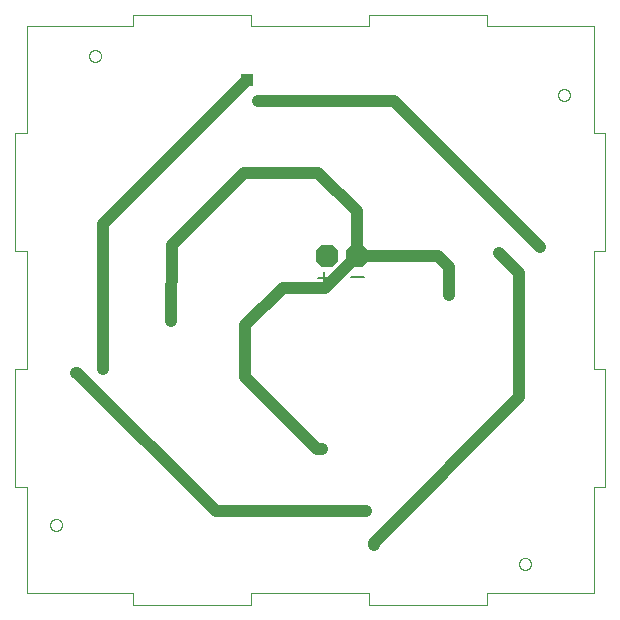
<source format=gbl>
G75*
%MOIN*%
%OFA0B0*%
%FSLAX25Y25*%
%IPPOS*%
%LPD*%
%AMOC8*
5,1,8,0,0,1.08239X$1,22.5*
%
%ADD10C,0.00004*%
%ADD11C,0.00600*%
%ADD12C,0.00000*%
%ADD13OC8,0.07600*%
%ADD14R,0.03962X0.03962*%
%ADD15C,0.03937*%
%ADD16C,0.03962*%
D10*
X0004939Y0004939D02*
X0040372Y0004939D01*
X0040372Y0001002D01*
X0079742Y0001002D01*
X0079742Y0004939D01*
X0119112Y0004939D01*
X0119112Y0001002D01*
X0158482Y0001002D01*
X0158482Y0004939D01*
X0193915Y0004939D01*
X0193915Y0040372D01*
X0197852Y0040372D01*
X0197852Y0079742D01*
X0193915Y0079742D01*
X0193915Y0119112D01*
X0197852Y0119112D01*
X0197852Y0158482D01*
X0193915Y0158482D01*
X0193915Y0193915D01*
X0158482Y0193915D01*
X0158482Y0197852D01*
X0119112Y0197852D01*
X0119112Y0193915D01*
X0079742Y0193915D01*
X0079742Y0197852D01*
X0040372Y0197852D01*
X0040372Y0193915D01*
X0004939Y0193915D01*
X0004939Y0158482D01*
X0001002Y0158482D01*
X0001002Y0119112D01*
X0004939Y0119112D01*
X0004939Y0079742D01*
X0001002Y0079742D01*
X0001002Y0040372D01*
X0004939Y0040372D01*
X0004939Y0004939D01*
D11*
X0104225Y0107881D02*
X0104225Y0112152D01*
X0106360Y0110017D02*
X0102089Y0110017D01*
X0113113Y0110410D02*
X0117383Y0110410D01*
D12*
X0182104Y0171081D02*
X0182106Y0171169D01*
X0182112Y0171257D01*
X0182122Y0171345D01*
X0182136Y0171433D01*
X0182153Y0171519D01*
X0182175Y0171605D01*
X0182200Y0171689D01*
X0182230Y0171773D01*
X0182262Y0171855D01*
X0182299Y0171935D01*
X0182339Y0172014D01*
X0182383Y0172091D01*
X0182430Y0172166D01*
X0182480Y0172238D01*
X0182534Y0172309D01*
X0182590Y0172376D01*
X0182650Y0172442D01*
X0182712Y0172504D01*
X0182778Y0172564D01*
X0182845Y0172620D01*
X0182916Y0172674D01*
X0182988Y0172724D01*
X0183063Y0172771D01*
X0183140Y0172815D01*
X0183219Y0172855D01*
X0183299Y0172892D01*
X0183381Y0172924D01*
X0183465Y0172954D01*
X0183549Y0172979D01*
X0183635Y0173001D01*
X0183721Y0173018D01*
X0183809Y0173032D01*
X0183897Y0173042D01*
X0183985Y0173048D01*
X0184073Y0173050D01*
X0184161Y0173048D01*
X0184249Y0173042D01*
X0184337Y0173032D01*
X0184425Y0173018D01*
X0184511Y0173001D01*
X0184597Y0172979D01*
X0184681Y0172954D01*
X0184765Y0172924D01*
X0184847Y0172892D01*
X0184927Y0172855D01*
X0185006Y0172815D01*
X0185083Y0172771D01*
X0185158Y0172724D01*
X0185230Y0172674D01*
X0185301Y0172620D01*
X0185368Y0172564D01*
X0185434Y0172504D01*
X0185496Y0172442D01*
X0185556Y0172376D01*
X0185612Y0172309D01*
X0185666Y0172238D01*
X0185716Y0172166D01*
X0185763Y0172091D01*
X0185807Y0172014D01*
X0185847Y0171935D01*
X0185884Y0171855D01*
X0185916Y0171773D01*
X0185946Y0171689D01*
X0185971Y0171605D01*
X0185993Y0171519D01*
X0186010Y0171433D01*
X0186024Y0171345D01*
X0186034Y0171257D01*
X0186040Y0171169D01*
X0186042Y0171081D01*
X0186040Y0170993D01*
X0186034Y0170905D01*
X0186024Y0170817D01*
X0186010Y0170729D01*
X0185993Y0170643D01*
X0185971Y0170557D01*
X0185946Y0170473D01*
X0185916Y0170389D01*
X0185884Y0170307D01*
X0185847Y0170227D01*
X0185807Y0170148D01*
X0185763Y0170071D01*
X0185716Y0169996D01*
X0185666Y0169924D01*
X0185612Y0169853D01*
X0185556Y0169786D01*
X0185496Y0169720D01*
X0185434Y0169658D01*
X0185368Y0169598D01*
X0185301Y0169542D01*
X0185230Y0169488D01*
X0185158Y0169438D01*
X0185083Y0169391D01*
X0185006Y0169347D01*
X0184927Y0169307D01*
X0184847Y0169270D01*
X0184765Y0169238D01*
X0184681Y0169208D01*
X0184597Y0169183D01*
X0184511Y0169161D01*
X0184425Y0169144D01*
X0184337Y0169130D01*
X0184249Y0169120D01*
X0184161Y0169114D01*
X0184073Y0169112D01*
X0183985Y0169114D01*
X0183897Y0169120D01*
X0183809Y0169130D01*
X0183721Y0169144D01*
X0183635Y0169161D01*
X0183549Y0169183D01*
X0183465Y0169208D01*
X0183381Y0169238D01*
X0183299Y0169270D01*
X0183219Y0169307D01*
X0183140Y0169347D01*
X0183063Y0169391D01*
X0182988Y0169438D01*
X0182916Y0169488D01*
X0182845Y0169542D01*
X0182778Y0169598D01*
X0182712Y0169658D01*
X0182650Y0169720D01*
X0182590Y0169786D01*
X0182534Y0169853D01*
X0182480Y0169924D01*
X0182430Y0169996D01*
X0182383Y0170071D01*
X0182339Y0170148D01*
X0182299Y0170227D01*
X0182262Y0170307D01*
X0182230Y0170389D01*
X0182200Y0170473D01*
X0182175Y0170557D01*
X0182153Y0170643D01*
X0182136Y0170729D01*
X0182122Y0170817D01*
X0182112Y0170905D01*
X0182106Y0170993D01*
X0182104Y0171081D01*
X0025805Y0184073D02*
X0025807Y0184161D01*
X0025813Y0184249D01*
X0025823Y0184337D01*
X0025837Y0184425D01*
X0025854Y0184511D01*
X0025876Y0184597D01*
X0025901Y0184681D01*
X0025931Y0184765D01*
X0025963Y0184847D01*
X0026000Y0184927D01*
X0026040Y0185006D01*
X0026084Y0185083D01*
X0026131Y0185158D01*
X0026181Y0185230D01*
X0026235Y0185301D01*
X0026291Y0185368D01*
X0026351Y0185434D01*
X0026413Y0185496D01*
X0026479Y0185556D01*
X0026546Y0185612D01*
X0026617Y0185666D01*
X0026689Y0185716D01*
X0026764Y0185763D01*
X0026841Y0185807D01*
X0026920Y0185847D01*
X0027000Y0185884D01*
X0027082Y0185916D01*
X0027166Y0185946D01*
X0027250Y0185971D01*
X0027336Y0185993D01*
X0027422Y0186010D01*
X0027510Y0186024D01*
X0027598Y0186034D01*
X0027686Y0186040D01*
X0027774Y0186042D01*
X0027862Y0186040D01*
X0027950Y0186034D01*
X0028038Y0186024D01*
X0028126Y0186010D01*
X0028212Y0185993D01*
X0028298Y0185971D01*
X0028382Y0185946D01*
X0028466Y0185916D01*
X0028548Y0185884D01*
X0028628Y0185847D01*
X0028707Y0185807D01*
X0028784Y0185763D01*
X0028859Y0185716D01*
X0028931Y0185666D01*
X0029002Y0185612D01*
X0029069Y0185556D01*
X0029135Y0185496D01*
X0029197Y0185434D01*
X0029257Y0185368D01*
X0029313Y0185301D01*
X0029367Y0185230D01*
X0029417Y0185158D01*
X0029464Y0185083D01*
X0029508Y0185006D01*
X0029548Y0184927D01*
X0029585Y0184847D01*
X0029617Y0184765D01*
X0029647Y0184681D01*
X0029672Y0184597D01*
X0029694Y0184511D01*
X0029711Y0184425D01*
X0029725Y0184337D01*
X0029735Y0184249D01*
X0029741Y0184161D01*
X0029743Y0184073D01*
X0029741Y0183985D01*
X0029735Y0183897D01*
X0029725Y0183809D01*
X0029711Y0183721D01*
X0029694Y0183635D01*
X0029672Y0183549D01*
X0029647Y0183465D01*
X0029617Y0183381D01*
X0029585Y0183299D01*
X0029548Y0183219D01*
X0029508Y0183140D01*
X0029464Y0183063D01*
X0029417Y0182988D01*
X0029367Y0182916D01*
X0029313Y0182845D01*
X0029257Y0182778D01*
X0029197Y0182712D01*
X0029135Y0182650D01*
X0029069Y0182590D01*
X0029002Y0182534D01*
X0028931Y0182480D01*
X0028859Y0182430D01*
X0028784Y0182383D01*
X0028707Y0182339D01*
X0028628Y0182299D01*
X0028548Y0182262D01*
X0028466Y0182230D01*
X0028382Y0182200D01*
X0028298Y0182175D01*
X0028212Y0182153D01*
X0028126Y0182136D01*
X0028038Y0182122D01*
X0027950Y0182112D01*
X0027862Y0182106D01*
X0027774Y0182104D01*
X0027686Y0182106D01*
X0027598Y0182112D01*
X0027510Y0182122D01*
X0027422Y0182136D01*
X0027336Y0182153D01*
X0027250Y0182175D01*
X0027166Y0182200D01*
X0027082Y0182230D01*
X0027000Y0182262D01*
X0026920Y0182299D01*
X0026841Y0182339D01*
X0026764Y0182383D01*
X0026689Y0182430D01*
X0026617Y0182480D01*
X0026546Y0182534D01*
X0026479Y0182590D01*
X0026413Y0182650D01*
X0026351Y0182712D01*
X0026291Y0182778D01*
X0026235Y0182845D01*
X0026181Y0182916D01*
X0026131Y0182988D01*
X0026084Y0183063D01*
X0026040Y0183140D01*
X0026000Y0183219D01*
X0025963Y0183299D01*
X0025931Y0183381D01*
X0025901Y0183465D01*
X0025876Y0183549D01*
X0025854Y0183635D01*
X0025837Y0183721D01*
X0025823Y0183809D01*
X0025813Y0183897D01*
X0025807Y0183985D01*
X0025805Y0184073D01*
X0012812Y0027774D02*
X0012814Y0027862D01*
X0012820Y0027950D01*
X0012830Y0028038D01*
X0012844Y0028126D01*
X0012861Y0028212D01*
X0012883Y0028298D01*
X0012908Y0028382D01*
X0012938Y0028466D01*
X0012970Y0028548D01*
X0013007Y0028628D01*
X0013047Y0028707D01*
X0013091Y0028784D01*
X0013138Y0028859D01*
X0013188Y0028931D01*
X0013242Y0029002D01*
X0013298Y0029069D01*
X0013358Y0029135D01*
X0013420Y0029197D01*
X0013486Y0029257D01*
X0013553Y0029313D01*
X0013624Y0029367D01*
X0013696Y0029417D01*
X0013771Y0029464D01*
X0013848Y0029508D01*
X0013927Y0029548D01*
X0014007Y0029585D01*
X0014089Y0029617D01*
X0014173Y0029647D01*
X0014257Y0029672D01*
X0014343Y0029694D01*
X0014429Y0029711D01*
X0014517Y0029725D01*
X0014605Y0029735D01*
X0014693Y0029741D01*
X0014781Y0029743D01*
X0014869Y0029741D01*
X0014957Y0029735D01*
X0015045Y0029725D01*
X0015133Y0029711D01*
X0015219Y0029694D01*
X0015305Y0029672D01*
X0015389Y0029647D01*
X0015473Y0029617D01*
X0015555Y0029585D01*
X0015635Y0029548D01*
X0015714Y0029508D01*
X0015791Y0029464D01*
X0015866Y0029417D01*
X0015938Y0029367D01*
X0016009Y0029313D01*
X0016076Y0029257D01*
X0016142Y0029197D01*
X0016204Y0029135D01*
X0016264Y0029069D01*
X0016320Y0029002D01*
X0016374Y0028931D01*
X0016424Y0028859D01*
X0016471Y0028784D01*
X0016515Y0028707D01*
X0016555Y0028628D01*
X0016592Y0028548D01*
X0016624Y0028466D01*
X0016654Y0028382D01*
X0016679Y0028298D01*
X0016701Y0028212D01*
X0016718Y0028126D01*
X0016732Y0028038D01*
X0016742Y0027950D01*
X0016748Y0027862D01*
X0016750Y0027774D01*
X0016748Y0027686D01*
X0016742Y0027598D01*
X0016732Y0027510D01*
X0016718Y0027422D01*
X0016701Y0027336D01*
X0016679Y0027250D01*
X0016654Y0027166D01*
X0016624Y0027082D01*
X0016592Y0027000D01*
X0016555Y0026920D01*
X0016515Y0026841D01*
X0016471Y0026764D01*
X0016424Y0026689D01*
X0016374Y0026617D01*
X0016320Y0026546D01*
X0016264Y0026479D01*
X0016204Y0026413D01*
X0016142Y0026351D01*
X0016076Y0026291D01*
X0016009Y0026235D01*
X0015938Y0026181D01*
X0015866Y0026131D01*
X0015791Y0026084D01*
X0015714Y0026040D01*
X0015635Y0026000D01*
X0015555Y0025963D01*
X0015473Y0025931D01*
X0015389Y0025901D01*
X0015305Y0025876D01*
X0015219Y0025854D01*
X0015133Y0025837D01*
X0015045Y0025823D01*
X0014957Y0025813D01*
X0014869Y0025807D01*
X0014781Y0025805D01*
X0014693Y0025807D01*
X0014605Y0025813D01*
X0014517Y0025823D01*
X0014429Y0025837D01*
X0014343Y0025854D01*
X0014257Y0025876D01*
X0014173Y0025901D01*
X0014089Y0025931D01*
X0014007Y0025963D01*
X0013927Y0026000D01*
X0013848Y0026040D01*
X0013771Y0026084D01*
X0013696Y0026131D01*
X0013624Y0026181D01*
X0013553Y0026235D01*
X0013486Y0026291D01*
X0013420Y0026351D01*
X0013358Y0026413D01*
X0013298Y0026479D01*
X0013242Y0026546D01*
X0013188Y0026617D01*
X0013138Y0026689D01*
X0013091Y0026764D01*
X0013047Y0026841D01*
X0013007Y0026920D01*
X0012970Y0027000D01*
X0012938Y0027082D01*
X0012908Y0027166D01*
X0012883Y0027250D01*
X0012861Y0027336D01*
X0012844Y0027422D01*
X0012830Y0027510D01*
X0012820Y0027598D01*
X0012814Y0027686D01*
X0012812Y0027774D01*
X0169112Y0014781D02*
X0169114Y0014869D01*
X0169120Y0014957D01*
X0169130Y0015045D01*
X0169144Y0015133D01*
X0169161Y0015219D01*
X0169183Y0015305D01*
X0169208Y0015389D01*
X0169238Y0015473D01*
X0169270Y0015555D01*
X0169307Y0015635D01*
X0169347Y0015714D01*
X0169391Y0015791D01*
X0169438Y0015866D01*
X0169488Y0015938D01*
X0169542Y0016009D01*
X0169598Y0016076D01*
X0169658Y0016142D01*
X0169720Y0016204D01*
X0169786Y0016264D01*
X0169853Y0016320D01*
X0169924Y0016374D01*
X0169996Y0016424D01*
X0170071Y0016471D01*
X0170148Y0016515D01*
X0170227Y0016555D01*
X0170307Y0016592D01*
X0170389Y0016624D01*
X0170473Y0016654D01*
X0170557Y0016679D01*
X0170643Y0016701D01*
X0170729Y0016718D01*
X0170817Y0016732D01*
X0170905Y0016742D01*
X0170993Y0016748D01*
X0171081Y0016750D01*
X0171169Y0016748D01*
X0171257Y0016742D01*
X0171345Y0016732D01*
X0171433Y0016718D01*
X0171519Y0016701D01*
X0171605Y0016679D01*
X0171689Y0016654D01*
X0171773Y0016624D01*
X0171855Y0016592D01*
X0171935Y0016555D01*
X0172014Y0016515D01*
X0172091Y0016471D01*
X0172166Y0016424D01*
X0172238Y0016374D01*
X0172309Y0016320D01*
X0172376Y0016264D01*
X0172442Y0016204D01*
X0172504Y0016142D01*
X0172564Y0016076D01*
X0172620Y0016009D01*
X0172674Y0015938D01*
X0172724Y0015866D01*
X0172771Y0015791D01*
X0172815Y0015714D01*
X0172855Y0015635D01*
X0172892Y0015555D01*
X0172924Y0015473D01*
X0172954Y0015389D01*
X0172979Y0015305D01*
X0173001Y0015219D01*
X0173018Y0015133D01*
X0173032Y0015045D01*
X0173042Y0014957D01*
X0173048Y0014869D01*
X0173050Y0014781D01*
X0173048Y0014693D01*
X0173042Y0014605D01*
X0173032Y0014517D01*
X0173018Y0014429D01*
X0173001Y0014343D01*
X0172979Y0014257D01*
X0172954Y0014173D01*
X0172924Y0014089D01*
X0172892Y0014007D01*
X0172855Y0013927D01*
X0172815Y0013848D01*
X0172771Y0013771D01*
X0172724Y0013696D01*
X0172674Y0013624D01*
X0172620Y0013553D01*
X0172564Y0013486D01*
X0172504Y0013420D01*
X0172442Y0013358D01*
X0172376Y0013298D01*
X0172309Y0013242D01*
X0172238Y0013188D01*
X0172166Y0013138D01*
X0172091Y0013091D01*
X0172014Y0013047D01*
X0171935Y0013007D01*
X0171855Y0012970D01*
X0171773Y0012938D01*
X0171689Y0012908D01*
X0171605Y0012883D01*
X0171519Y0012861D01*
X0171433Y0012844D01*
X0171345Y0012830D01*
X0171257Y0012820D01*
X0171169Y0012814D01*
X0171081Y0012812D01*
X0170993Y0012814D01*
X0170905Y0012820D01*
X0170817Y0012830D01*
X0170729Y0012844D01*
X0170643Y0012861D01*
X0170557Y0012883D01*
X0170473Y0012908D01*
X0170389Y0012938D01*
X0170307Y0012970D01*
X0170227Y0013007D01*
X0170148Y0013047D01*
X0170071Y0013091D01*
X0169996Y0013138D01*
X0169924Y0013188D01*
X0169853Y0013242D01*
X0169786Y0013298D01*
X0169720Y0013358D01*
X0169658Y0013420D01*
X0169598Y0013486D01*
X0169542Y0013553D01*
X0169488Y0013624D01*
X0169438Y0013696D01*
X0169391Y0013771D01*
X0169347Y0013848D01*
X0169307Y0013927D01*
X0169270Y0014007D01*
X0169238Y0014089D01*
X0169208Y0014173D01*
X0169183Y0014257D01*
X0169161Y0014343D01*
X0169144Y0014429D01*
X0169130Y0014517D01*
X0169120Y0014605D01*
X0169114Y0014693D01*
X0169112Y0014781D01*
D13*
X0114978Y0117537D03*
X0104939Y0117537D03*
D14*
X0078561Y0176199D03*
D15*
X0030530Y0128167D01*
X0030530Y0079742D01*
X0021868Y0078561D02*
X0067931Y0032498D01*
X0117931Y0032498D01*
X0120687Y0021868D02*
X0169112Y0070293D01*
X0169112Y0111632D01*
X0162419Y0118325D01*
X0176199Y0120293D02*
X0127380Y0169112D01*
X0082104Y0169112D01*
X0077380Y0145096D02*
X0094703Y0145096D01*
X0102183Y0145096D01*
X0114978Y0132301D01*
X0114978Y0117537D01*
X0104348Y0106907D01*
X0090372Y0106907D01*
X0077774Y0094309D01*
X0077774Y0076986D01*
X0101789Y0052970D01*
X0103364Y0052970D01*
X0120687Y0021868D02*
X0120687Y0021081D01*
X0052970Y0095884D02*
X0053364Y0121081D01*
X0077380Y0145096D01*
X0114978Y0117537D02*
X0141947Y0117537D01*
X0145884Y0113600D01*
X0145884Y0104545D01*
X0021868Y0078561D02*
X0021474Y0078561D01*
D16*
X0021474Y0078561D03*
X0030530Y0079742D03*
X0052970Y0095884D03*
X0094703Y0145096D03*
X0082104Y0169112D03*
X0145884Y0104545D03*
X0162419Y0118325D03*
X0176199Y0120293D03*
X0103364Y0052970D03*
X0117931Y0032498D03*
X0120687Y0021081D03*
M02*

</source>
